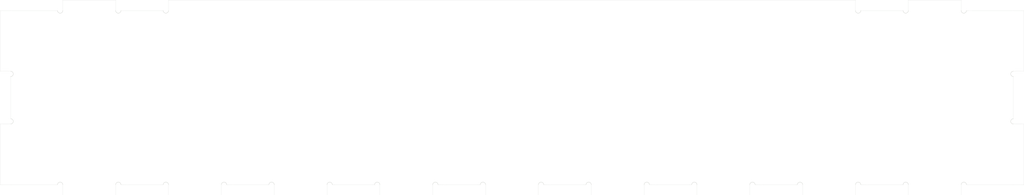
<source format=kicad_pcb>
(kicad_pcb (version 20171130) (host pcbnew 5.1.5+dfsg1-2build2)

  (general
    (thickness 1.6)
    (drawings 93)
    (tracks 0)
    (zones 0)
    (modules 0)
    (nets 1)
  )

  (page A4)
  (layers
    (0 F.Cu signal)
    (31 B.Cu signal)
    (32 B.Adhes user)
    (33 F.Adhes user)
    (34 B.Paste user)
    (35 F.Paste user)
    (36 B.SilkS user)
    (37 F.SilkS user)
    (38 B.Mask user)
    (39 F.Mask user)
    (40 Dwgs.User user)
    (41 Cmts.User user)
    (42 Eco1.User user)
    (43 Eco2.User user)
    (44 Edge.Cuts user)
    (45 Margin user)
    (46 B.CrtYd user)
    (47 F.CrtYd user)
    (48 B.Fab user)
    (49 F.Fab user)
  )

  (setup
    (last_trace_width 0.35)
    (trace_clearance 0.25)
    (zone_clearance 0.508)
    (zone_45_only no)
    (trace_min 0.3)
    (via_size 0.8)
    (via_drill 0.4)
    (via_min_size 0.5)
    (via_min_drill 0.4)
    (uvia_size 0.3)
    (uvia_drill 0.1)
    (uvias_allowed no)
    (uvia_min_size 0.2)
    (uvia_min_drill 0.1)
    (edge_width 0.05)
    (segment_width 0.2)
    (pcb_text_width 0.3)
    (pcb_text_size 1.5 1.5)
    (mod_edge_width 0.12)
    (mod_text_size 1 1)
    (mod_text_width 0.15)
    (pad_size 1.524 1.524)
    (pad_drill 0.762)
    (pad_to_mask_clearance 0.051)
    (solder_mask_min_width 0.25)
    (aux_axis_origin 0 0)
    (visible_elements FFFFFF7F)
    (pcbplotparams
      (layerselection 0x010fc_ffffffff)
      (usegerberextensions false)
      (usegerberattributes false)
      (usegerberadvancedattributes false)
      (creategerberjobfile false)
      (excludeedgelayer true)
      (linewidth 0.100000)
      (plotframeref false)
      (viasonmask false)
      (mode 1)
      (useauxorigin false)
      (hpglpennumber 1)
      (hpglpenspeed 20)
      (hpglpendiameter 15.000000)
      (psnegative false)
      (psa4output false)
      (plotreference true)
      (plotvalue true)
      (plotinvisibletext false)
      (padsonsilk false)
      (subtractmaskfromsilk false)
      (outputformat 1)
      (mirror false)
      (drillshape 1)
      (scaleselection 1)
      (outputdirectory ""))
  )

  (net 0 "")

  (net_class Default "This is the default net class."
    (clearance 0.25)
    (trace_width 0.35)
    (via_dia 0.8)
    (via_drill 0.4)
    (uvia_dia 0.3)
    (uvia_drill 0.1)
    (diff_pair_width 0.3)
    (diff_pair_gap 0.25)
  )

  (net_class Power ""
    (clearance 0.25)
    (trace_width 0.45)
    (via_dia 1)
    (via_drill 0.4)
    (uvia_dia 0.3)
    (uvia_drill 0.1)
    (diff_pair_width 0.3)
    (diff_pair_gap 0.25)
  )

  (gr_line (start 213.5898 83.43) (end 213.5898 81.839) (layer Edge.Cuts) (width 0.02) (tstamp 5F32134E))
  (gr_line (start 204.790201 83.428942) (end 198.390899 83.431058) (layer Edge.Cuts) (width 0.02) (tstamp 5F32134D))
  (gr_line (start 197.5909 83.43) (end 197.5909 81.839) (layer Edge.Cuts) (width 0.02) (tstamp 5F32134C))
  (gr_line (start 205.5902 81.839) (end 205.5902 83.43) (layer Edge.Cuts) (width 0.02) (tstamp 5F32134A))
  (gr_arc (start 213.9898 83.43) (end 213.5898 83.43) (angle -179.8484242) (layer Edge.Cuts) (width 0.05) (tstamp 5F321345))
  (gr_line (start 85.5905 83.43) (end 85.5905 81.839) (layer Edge.Cuts) (width 0.02) (tstamp 5F321342))
  (gr_line (start 69.6905 83.43) (end 68.0915 83.43) (layer Edge.Cuts) (width 0.02) (tstamp 5F32133F))
  (gr_line (start 223.09 83.43) (end 221.4901 83.43) (layer Edge.Cuts) (width 0.02) (tstamp 5F32133D))
  (gr_line (start 92.790501 83.428942) (end 86.390499 83.431058) (layer Edge.Cuts) (width 0.02) (tstamp 5F32133B))
  (gr_line (start 221.4901 83.43) (end 214.389799 83.431058) (layer Edge.Cuts) (width 0.02) (tstamp 5F321339))
  (gr_arc (start 77.189501 83.428942) (end 77.589501 83.428942) (angle 179.8484242) (layer Edge.Cuts) (width 0.05) (tstamp 5F321338))
  (gr_line (start 197.5909 81.839) (end 93.5905 81.839) (layer Edge.Cuts) (width 0.02) (tstamp 5F321337))
  (gr_line (start 85.5905 81.839) (end 77.5895 81.839) (layer Edge.Cuts) (width 0.02) (tstamp 5F321335))
  (gr_line (start 93.5905 81.839) (end 93.5905 83.43) (layer Edge.Cuts) (width 0.02) (tstamp 5F321332))
  (gr_arc (start 205.190201 83.428942) (end 204.790201 83.428942) (angle -179.8484242) (layer Edge.Cuts) (width 0.05) (tstamp 5F32132F))
  (gr_arc (start 85.9905 83.43) (end 85.5905 83.43) (angle -179.8484242) (layer Edge.Cuts) (width 0.05) (tstamp 5F321329))
  (gr_line (start 77.5895 81.839) (end 77.5895 83.43) (layer Edge.Cuts) (width 0.02) (tstamp 5F321326))
  (gr_arc (start 197.9909 83.43) (end 197.5909 83.43) (angle -179.8484242) (layer Edge.Cuts) (width 0.05) (tstamp 5F32131F))
  (gr_line (start 76.789502 83.43) (end 69.6905 83.43) (layer Edge.Cuts) (width 0.02) (tstamp 5F32131C))
  (gr_arc (start 93.190501 83.428942) (end 92.790501 83.428942) (angle -179.8484242) (layer Edge.Cuts) (width 0.05) (tstamp 5F321319))
  (gr_line (start 213.5898 81.839) (end 205.5902 81.839) (layer Edge.Cuts) (width 0.02) (tstamp 5F321318))
  (gr_line (start 77.5917 109.867) (end 77.5917 111.458) (layer Edge.Cuts) (width 0.02) (tstamp 5F32122D))
  (gr_line (start 86.391299 109.868058) (end 92.790601 109.865942) (layer Edge.Cuts) (width 0.02) (tstamp 5F32122C))
  (gr_line (start 93.5906 109.867) (end 93.5906 111.458) (layer Edge.Cuts) (width 0.02) (tstamp 5F32122B))
  (gr_arc (start 133.990999 109.868058) (end 134.390999 109.868058) (angle -179.8484242) (layer Edge.Cuts) (width 0.05) (tstamp 5F32122A))
  (gr_line (start 85.5913 111.458) (end 85.5913 109.867) (layer Edge.Cuts) (width 0.02) (tstamp 5F321229))
  (gr_arc (start 165.989999 109.868058) (end 166.389999 109.868058) (angle -179.8484242) (layer Edge.Cuts) (width 0.05) (tstamp 5F321228))
  (gr_line (start 173.591 111.458) (end 181.591 111.458) (layer Edge.Cuts) (width 0.02) (tstamp 5F321227))
  (gr_line (start 182.390999 109.868058) (end 188.790001 109.865942) (layer Edge.Cuts) (width 0.02) (tstamp 5F321226))
  (gr_line (start 157.591 109.867) (end 157.591 111.458) (layer Edge.Cuts) (width 0.02) (tstamp 5F321225))
  (gr_arc (start 77.1917 109.867) (end 77.5917 109.867) (angle -179.8484242) (layer Edge.Cuts) (width 0.05) (tstamp 5F321224))
  (gr_line (start 165.59 111.458) (end 165.59 109.867) (layer Edge.Cuts) (width 0.02) (tstamp 5F321223))
  (gr_arc (start 101.990199 109.868058) (end 102.390199 109.868058) (angle -179.8484242) (layer Edge.Cuts) (width 0.05) (tstamp 5F321222))
  (gr_line (start 205.591 109.867) (end 205.591 111.458) (layer Edge.Cuts) (width 0.02) (tstamp 5F321221))
  (gr_line (start 134.390999 109.868058) (end 140.790601 109.865942) (layer Edge.Cuts) (width 0.02) (tstamp 5F321220))
  (gr_line (start 118.390699 109.868058) (end 124.791501 109.867942) (layer Edge.Cuts) (width 0.02) (tstamp 5F32121F))
  (gr_line (start 221.491 109.867) (end 223.09 109.867) (layer Edge.Cuts) (width 0.02) (tstamp 5F32121E))
  (gr_line (start 109.5912 111.458) (end 117.5907 111.458) (layer Edge.Cuts) (width 0.02) (tstamp 5F32121D))
  (gr_line (start 68.0915 109.867) (end 69.6914 109.867) (layer Edge.Cuts) (width 0.02) (tstamp 5F32121C))
  (gr_line (start 150.391999 109.868058) (end 156.791001 109.865942) (layer Edge.Cuts) (width 0.02) (tstamp 5F32121B))
  (gr_line (start 198.390999 109.868058) (end 204.791001 109.865942) (layer Edge.Cuts) (width 0.02) (tstamp 5F32121A))
  (gr_arc (start 117.990699 109.868058) (end 118.390699 109.868058) (angle -179.8484242) (layer Edge.Cuts) (width 0.05) (tstamp 5F321219))
  (gr_line (start 69.6914 109.867) (end 76.791701 109.865942) (layer Edge.Cuts) (width 0.02) (tstamp 5F321218))
  (gr_arc (start 213.991999 109.868058) (end 213.591999 109.868058) (angle 179.8484242) (layer Edge.Cuts) (width 0.05) (tstamp 5F321217))
  (gr_line (start 189.59 111.458) (end 197.591 111.458) (layer Edge.Cuts) (width 0.02) (tstamp 5F321216))
  (gr_line (start 157.591 111.458) (end 165.59 111.458) (layer Edge.Cuts) (width 0.02) (tstamp 5F321215))
  (gr_line (start 205.591 111.458) (end 213.592 111.458) (layer Edge.Cuts) (width 0.02) (tstamp 5F321214))
  (gr_arc (start 189.19 109.867) (end 189.59 109.867) (angle -179.8484242) (layer Edge.Cuts) (width 0.05) (tstamp 5F321213))
  (gr_line (start 189.59 109.867) (end 189.59 111.458) (layer Edge.Cuts) (width 0.02) (tstamp 5F321212))
  (gr_line (start 197.591 111.458) (end 197.591 109.867) (layer Edge.Cuts) (width 0.02) (tstamp 5F321211))
  (gr_arc (start 181.990999 109.868058) (end 182.390999 109.868058) (angle -179.8484242) (layer Edge.Cuts) (width 0.05) (tstamp 5F321210))
  (gr_line (start 117.5907 111.458) (end 117.5907 109.867) (layer Edge.Cuts) (width 0.02) (tstamp 5F32120F))
  (gr_arc (start 85.991299 109.868058) (end 86.391299 109.868058) (angle -179.8484242) (layer Edge.Cuts) (width 0.05) (tstamp 5F32120E))
  (gr_line (start 141.5906 111.458) (end 149.592 111.458) (layer Edge.Cuts) (width 0.02) (tstamp 5F32120D))
  (gr_line (start 133.591 111.458) (end 133.591 109.867) (layer Edge.Cuts) (width 0.02) (tstamp 5F32120C))
  (gr_line (start 102.390199 109.868058) (end 108.791201 109.865942) (layer Edge.Cuts) (width 0.02) (tstamp 5F32120B))
  (gr_line (start 173.591 109.867) (end 173.591 111.458) (layer Edge.Cuts) (width 0.02) (tstamp 5F32120A))
  (gr_arc (start 157.191 109.867) (end 157.591 109.867) (angle -179.8484242) (layer Edge.Cuts) (width 0.05) (tstamp 5F321209))
  (gr_arc (start 205.191 109.867) (end 205.591 109.867) (angle -179.8484242) (layer Edge.Cuts) (width 0.05) (tstamp 5F321208))
  (gr_line (start 125.5914 109.867) (end 125.5914 111.458) (layer Edge.Cuts) (width 0.02) (tstamp 5F321207))
  (gr_line (start 181.591 111.458) (end 181.591 109.867) (layer Edge.Cuts) (width 0.02) (tstamp 5F321206))
  (gr_line (start 213.592 111.458) (end 213.592 109.867) (layer Edge.Cuts) (width 0.02) (tstamp 5F321205))
  (gr_line (start 166.389999 109.868058) (end 172.791001 109.865942) (layer Edge.Cuts) (width 0.02) (tstamp 5F321204))
  (gr_line (start 101.5902 111.458) (end 101.5902 109.867) (layer Edge.Cuts) (width 0.02) (tstamp 5F321203))
  (gr_arc (start 109.1912 109.867) (end 109.5912 109.867) (angle -179.8484242) (layer Edge.Cuts) (width 0.05) (tstamp 5F321202))
  (gr_line (start 125.5914 111.458) (end 133.591 111.458) (layer Edge.Cuts) (width 0.02) (tstamp 5F321201))
  (gr_line (start 109.5912 109.867) (end 109.5912 111.458) (layer Edge.Cuts) (width 0.02) (tstamp 5F321200))
  (gr_arc (start 149.991999 109.868058) (end 150.391999 109.868058) (angle -179.8484242) (layer Edge.Cuts) (width 0.05) (tstamp 5F3211FF))
  (gr_arc (start 93.1906 109.867) (end 93.5906 109.867) (angle -179.8484242) (layer Edge.Cuts) (width 0.05) (tstamp 5F3211FE))
  (gr_line (start 149.592 111.458) (end 149.592 109.867) (layer Edge.Cuts) (width 0.02) (tstamp 5F3211FD))
  (gr_line (start 93.5906 111.458) (end 101.5902 111.458) (layer Edge.Cuts) (width 0.02) (tstamp 5F3211FC))
  (gr_line (start 214.391998 109.867) (end 221.491 109.867) (layer Edge.Cuts) (width 0.02) (tstamp 5F3211FB))
  (gr_arc (start 141.1906 109.867) (end 141.5906 109.867) (angle -179.8484242) (layer Edge.Cuts) (width 0.05) (tstamp 5F3211FA))
  (gr_arc (start 125.1915 109.869) (end 125.5915 109.869) (angle -179.8484242) (layer Edge.Cuts) (width 0.05) (tstamp 5F3211F9))
  (gr_arc (start 197.990999 109.868058) (end 198.390999 109.868058) (angle -179.8484242) (layer Edge.Cuts) (width 0.05) (tstamp 5F3211F8))
  (gr_line (start 77.5917 111.458) (end 85.5913 111.458) (layer Edge.Cuts) (width 0.02) (tstamp 5F3211F7))
  (gr_arc (start 173.191 109.867) (end 173.591 109.867) (angle -179.8484242) (layer Edge.Cuts) (width 0.05) (tstamp 5F3211F6))
  (gr_line (start 141.5906 109.867) (end 141.5906 111.458) (layer Edge.Cuts) (width 0.02) (tstamp 5F3211F5))
  (gr_arc (start 69.6905 100.249) (end 69.6905 100.649) (angle -180) (layer Edge.Cuts) (width 0.05) (tstamp 5F320E4A))
  (gr_arc (start 69.6905 93.048) (end 69.6905 93.448) (angle -180) (layer Edge.Cuts) (width 0.05) (tstamp 5F320E33))
  (gr_arc (start 221.4901 100.249) (end 221.4901 99.849) (angle -180) (layer Edge.Cuts) (width 0.05) (tstamp 5F320E13))
  (gr_arc (start 221.4901 93.048) (end 221.4901 92.648) (angle -180) (layer Edge.Cuts) (width 0.05) (tstamp 5F320DE4))
  (gr_line (start 223.09 92.648) (end 223.09 83.43) (layer Edge.Cuts) (width 0.02))
  (gr_line (start 69.6905 93.448) (end 69.6905 99.849) (layer Edge.Cuts) (width 0.02))
  (gr_line (start 68.0915 83.43) (end 68.0915 92.648) (layer Edge.Cuts) (width 0.02))
  (gr_line (start 221.4901 92.648) (end 223.09 92.648) (layer Edge.Cuts) (width 0.02))
  (gr_line (start 68.0915 100.649) (end 68.0915 109.867) (layer Edge.Cuts) (width 0.02))
  (gr_line (start 223.09 100.649) (end 221.4901 100.649) (layer Edge.Cuts) (width 0.02))
  (gr_line (start 223.09 109.867) (end 223.09 100.649) (layer Edge.Cuts) (width 0.02))
  (gr_line (start 69.6905 100.649) (end 68.0915 100.649) (layer Edge.Cuts) (width 0.02))
  (gr_line (start 221.4901 99.849) (end 221.4901 93.448) (layer Edge.Cuts) (width 0.02))
  (gr_line (start 68.0915 92.648) (end 69.6905 92.648) (layer Edge.Cuts) (width 0.02))
  (gr_line (start 223.09 109.867) (end 223.09 109.867) (layer Edge.Cuts) (width 0.02))

)

</source>
